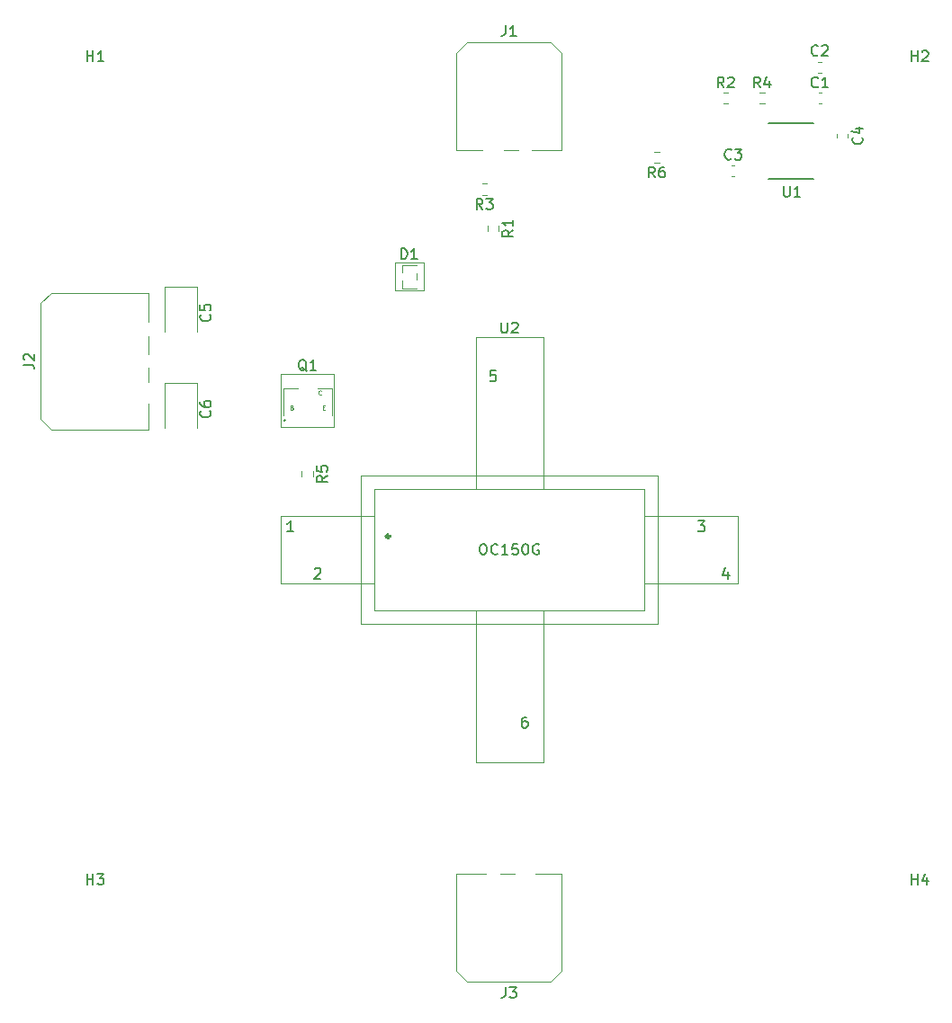
<source format=gbr>
%TF.GenerationSoftware,KiCad,Pcbnew,(6.0.11)*%
%TF.CreationDate,2023-02-16T11:16:18-05:00*%
%TF.ProjectId,DCT_HV_Widget,4443545f-4856-45f5-9769-646765742e6b,rev?*%
%TF.SameCoordinates,Original*%
%TF.FileFunction,Legend,Top*%
%TF.FilePolarity,Positive*%
%FSLAX46Y46*%
G04 Gerber Fmt 4.6, Leading zero omitted, Abs format (unit mm)*
G04 Created by KiCad (PCBNEW (6.0.11)) date 2023-02-16 11:16:18*
%MOMM*%
%LPD*%
G01*
G04 APERTURE LIST*
%ADD10C,0.150000*%
%ADD11C,0.152400*%
%ADD12C,0.080000*%
%ADD13C,0.100000*%
%ADD14C,0.354000*%
%ADD15C,0.101600*%
%ADD16C,0.120000*%
%ADD17C,0.131623*%
G04 APERTURE END LIST*
D10*
%TO.C,D1*%
X150166904Y-75777380D02*
X150166904Y-74777380D01*
X150405000Y-74777380D01*
X150547857Y-74825000D01*
X150643095Y-74920238D01*
X150690714Y-75015476D01*
X150738333Y-75205952D01*
X150738333Y-75348809D01*
X150690714Y-75539285D01*
X150643095Y-75634523D01*
X150547857Y-75729761D01*
X150405000Y-75777380D01*
X150166904Y-75777380D01*
X151690714Y-75777380D02*
X151119285Y-75777380D01*
X151405000Y-75777380D02*
X151405000Y-74777380D01*
X151309761Y-74920238D01*
X151214523Y-75015476D01*
X151119285Y-75063095D01*
%TO.C,U2*%
X159583095Y-81727380D02*
X159583095Y-82536904D01*
X159630714Y-82632142D01*
X159678333Y-82679761D01*
X159773571Y-82727380D01*
X159964047Y-82727380D01*
X160059285Y-82679761D01*
X160106904Y-82632142D01*
X160154523Y-82536904D01*
X160154523Y-81727380D01*
X160583095Y-81822619D02*
X160630714Y-81775000D01*
X160725952Y-81727380D01*
X160964047Y-81727380D01*
X161059285Y-81775000D01*
X161106904Y-81822619D01*
X161154523Y-81917857D01*
X161154523Y-82013095D01*
X161106904Y-82155952D01*
X160535476Y-82727380D01*
X161154523Y-82727380D01*
D11*
X180908523Y-105207285D02*
X180908523Y-105884619D01*
X180666619Y-104820238D02*
X180424714Y-105545952D01*
X181053666Y-105545952D01*
X161993523Y-118893619D02*
X161800000Y-118893619D01*
X161703238Y-118942000D01*
X161654857Y-118990380D01*
X161558095Y-119135523D01*
X161509714Y-119329047D01*
X161509714Y-119716095D01*
X161558095Y-119812857D01*
X161606476Y-119861238D01*
X161703238Y-119909619D01*
X161896761Y-119909619D01*
X161993523Y-119861238D01*
X162041904Y-119812857D01*
X162090285Y-119716095D01*
X162090285Y-119474190D01*
X162041904Y-119377428D01*
X161993523Y-119329047D01*
X161896761Y-119280666D01*
X161703238Y-119280666D01*
X161606476Y-119329047D01*
X161558095Y-119377428D01*
X161509714Y-119474190D01*
X142014714Y-104965380D02*
X142063095Y-104917000D01*
X142159857Y-104868619D01*
X142401761Y-104868619D01*
X142498523Y-104917000D01*
X142546904Y-104965380D01*
X142595285Y-105062142D01*
X142595285Y-105158904D01*
X142546904Y-105304047D01*
X141966333Y-105884619D01*
X142595285Y-105884619D01*
X159066904Y-86268619D02*
X158583095Y-86268619D01*
X158534714Y-86752428D01*
X158583095Y-86704047D01*
X158679857Y-86655666D01*
X158921761Y-86655666D01*
X159018523Y-86704047D01*
X159066904Y-86752428D01*
X159115285Y-86849190D01*
X159115285Y-87091095D01*
X159066904Y-87187857D01*
X159018523Y-87236238D01*
X158921761Y-87284619D01*
X158679857Y-87284619D01*
X158583095Y-87236238D01*
X158534714Y-87187857D01*
X157790809Y-102598619D02*
X157984333Y-102598619D01*
X158081095Y-102647000D01*
X158177857Y-102743761D01*
X158226238Y-102937285D01*
X158226238Y-103275952D01*
X158177857Y-103469476D01*
X158081095Y-103566238D01*
X157984333Y-103614619D01*
X157790809Y-103614619D01*
X157694047Y-103566238D01*
X157597285Y-103469476D01*
X157548904Y-103275952D01*
X157548904Y-102937285D01*
X157597285Y-102743761D01*
X157694047Y-102647000D01*
X157790809Y-102598619D01*
X159242238Y-103517857D02*
X159193857Y-103566238D01*
X159048714Y-103614619D01*
X158951952Y-103614619D01*
X158806809Y-103566238D01*
X158710047Y-103469476D01*
X158661666Y-103372714D01*
X158613285Y-103179190D01*
X158613285Y-103034047D01*
X158661666Y-102840523D01*
X158710047Y-102743761D01*
X158806809Y-102647000D01*
X158951952Y-102598619D01*
X159048714Y-102598619D01*
X159193857Y-102647000D01*
X159242238Y-102695380D01*
X160209857Y-103614619D02*
X159629285Y-103614619D01*
X159919571Y-103614619D02*
X159919571Y-102598619D01*
X159822809Y-102743761D01*
X159726047Y-102840523D01*
X159629285Y-102888904D01*
X161129095Y-102598619D02*
X160645285Y-102598619D01*
X160596904Y-103082428D01*
X160645285Y-103034047D01*
X160742047Y-102985666D01*
X160983952Y-102985666D01*
X161080714Y-103034047D01*
X161129095Y-103082428D01*
X161177476Y-103179190D01*
X161177476Y-103421095D01*
X161129095Y-103517857D01*
X161080714Y-103566238D01*
X160983952Y-103614619D01*
X160742047Y-103614619D01*
X160645285Y-103566238D01*
X160596904Y-103517857D01*
X161806428Y-102598619D02*
X161903190Y-102598619D01*
X161999952Y-102647000D01*
X162048333Y-102695380D01*
X162096714Y-102792142D01*
X162145095Y-102985666D01*
X162145095Y-103227571D01*
X162096714Y-103421095D01*
X162048333Y-103517857D01*
X161999952Y-103566238D01*
X161903190Y-103614619D01*
X161806428Y-103614619D01*
X161709666Y-103566238D01*
X161661285Y-103517857D01*
X161612904Y-103421095D01*
X161564523Y-103227571D01*
X161564523Y-102985666D01*
X161612904Y-102792142D01*
X161661285Y-102695380D01*
X161709666Y-102647000D01*
X161806428Y-102598619D01*
X163112714Y-102647000D02*
X163015952Y-102598619D01*
X162870809Y-102598619D01*
X162725666Y-102647000D01*
X162628904Y-102743761D01*
X162580523Y-102840523D01*
X162532142Y-103034047D01*
X162532142Y-103179190D01*
X162580523Y-103372714D01*
X162628904Y-103469476D01*
X162725666Y-103566238D01*
X162870809Y-103614619D01*
X162967571Y-103614619D01*
X163112714Y-103566238D01*
X163161095Y-103517857D01*
X163161095Y-103179190D01*
X162967571Y-103179190D01*
X140035285Y-101444619D02*
X139454714Y-101444619D01*
X139745000Y-101444619D02*
X139745000Y-100428619D01*
X139648238Y-100573761D01*
X139551476Y-100670523D01*
X139454714Y-100718904D01*
X178106333Y-100428619D02*
X178735285Y-100428619D01*
X178396619Y-100815666D01*
X178541761Y-100815666D01*
X178638523Y-100864047D01*
X178686904Y-100912428D01*
X178735285Y-101009190D01*
X178735285Y-101251095D01*
X178686904Y-101347857D01*
X178638523Y-101396238D01*
X178541761Y-101444619D01*
X178251476Y-101444619D01*
X178154714Y-101396238D01*
X178106333Y-101347857D01*
D10*
%TO.C,Q1*%
X141269761Y-86330119D02*
X141174523Y-86282500D01*
X141079285Y-86187261D01*
X140936428Y-86044404D01*
X140841190Y-85996785D01*
X140745952Y-85996785D01*
X140793571Y-86234880D02*
X140698333Y-86187261D01*
X140603095Y-86092023D01*
X140555476Y-85901547D01*
X140555476Y-85568214D01*
X140603095Y-85377738D01*
X140698333Y-85282500D01*
X140793571Y-85234880D01*
X140984047Y-85234880D01*
X141079285Y-85282500D01*
X141174523Y-85377738D01*
X141222142Y-85568214D01*
X141222142Y-85901547D01*
X141174523Y-86092023D01*
X141079285Y-86187261D01*
X140984047Y-86234880D01*
X140793571Y-86234880D01*
X142174523Y-86234880D02*
X141603095Y-86234880D01*
X141888809Y-86234880D02*
X141888809Y-85234880D01*
X141793571Y-85377738D01*
X141698333Y-85472976D01*
X141603095Y-85520595D01*
D12*
X142789285Y-89733928D02*
X142922619Y-89733928D01*
X142979761Y-89943452D02*
X142789285Y-89943452D01*
X142789285Y-89543452D01*
X142979761Y-89543452D01*
X142638809Y-88505357D02*
X142619761Y-88524404D01*
X142562619Y-88543452D01*
X142524523Y-88543452D01*
X142467380Y-88524404D01*
X142429285Y-88486309D01*
X142410238Y-88448214D01*
X142391190Y-88372023D01*
X142391190Y-88314880D01*
X142410238Y-88238690D01*
X142429285Y-88200595D01*
X142467380Y-88162500D01*
X142524523Y-88143452D01*
X142562619Y-88143452D01*
X142619761Y-88162500D01*
X142638809Y-88181547D01*
X139903571Y-89733928D02*
X139960714Y-89752976D01*
X139979761Y-89772023D01*
X139998809Y-89810119D01*
X139998809Y-89867261D01*
X139979761Y-89905357D01*
X139960714Y-89924404D01*
X139922619Y-89943452D01*
X139770238Y-89943452D01*
X139770238Y-89543452D01*
X139903571Y-89543452D01*
X139941666Y-89562500D01*
X139960714Y-89581547D01*
X139979761Y-89619642D01*
X139979761Y-89657738D01*
X139960714Y-89695833D01*
X139941666Y-89714880D01*
X139903571Y-89733928D01*
X139770238Y-89733928D01*
D10*
%TO.C,J3*%
X159991666Y-144352380D02*
X159991666Y-145066666D01*
X159944047Y-145209523D01*
X159848809Y-145304761D01*
X159705952Y-145352380D01*
X159610714Y-145352380D01*
X160372619Y-144352380D02*
X160991666Y-144352380D01*
X160658333Y-144733333D01*
X160801190Y-144733333D01*
X160896428Y-144780952D01*
X160944047Y-144828571D01*
X160991666Y-144923809D01*
X160991666Y-145161904D01*
X160944047Y-145257142D01*
X160896428Y-145304761D01*
X160801190Y-145352380D01*
X160515476Y-145352380D01*
X160420238Y-145304761D01*
X160372619Y-145257142D01*
%TO.C,J2*%
X114632380Y-85708333D02*
X115346666Y-85708333D01*
X115489523Y-85755952D01*
X115584761Y-85851190D01*
X115632380Y-85994047D01*
X115632380Y-86089285D01*
X114727619Y-85279761D02*
X114680000Y-85232142D01*
X114632380Y-85136904D01*
X114632380Y-84898809D01*
X114680000Y-84803571D01*
X114727619Y-84755952D01*
X114822857Y-84708333D01*
X114918095Y-84708333D01*
X115060952Y-84755952D01*
X115632380Y-85327380D01*
X115632380Y-84708333D01*
%TO.C,J1*%
X159991666Y-53752380D02*
X159991666Y-54466666D01*
X159944047Y-54609523D01*
X159848809Y-54704761D01*
X159705952Y-54752380D01*
X159610714Y-54752380D01*
X160991666Y-54752380D02*
X160420238Y-54752380D01*
X160705952Y-54752380D02*
X160705952Y-53752380D01*
X160610714Y-53895238D01*
X160515476Y-53990476D01*
X160420238Y-54038095D01*
%TO.C,C4*%
X193507142Y-64316666D02*
X193554761Y-64364285D01*
X193602380Y-64507142D01*
X193602380Y-64602380D01*
X193554761Y-64745238D01*
X193459523Y-64840476D01*
X193364285Y-64888095D01*
X193173809Y-64935714D01*
X193030952Y-64935714D01*
X192840476Y-64888095D01*
X192745238Y-64840476D01*
X192650000Y-64745238D01*
X192602380Y-64602380D01*
X192602380Y-64507142D01*
X192650000Y-64364285D01*
X192697619Y-64316666D01*
X192935714Y-63459523D02*
X193602380Y-63459523D01*
X192554761Y-63697619D02*
X193269047Y-63935714D01*
X193269047Y-63316666D01*
%TO.C,R1*%
X160707380Y-73041666D02*
X160231190Y-73375000D01*
X160707380Y-73613095D02*
X159707380Y-73613095D01*
X159707380Y-73232142D01*
X159755000Y-73136904D01*
X159802619Y-73089285D01*
X159897857Y-73041666D01*
X160040714Y-73041666D01*
X160135952Y-73089285D01*
X160183571Y-73136904D01*
X160231190Y-73232142D01*
X160231190Y-73613095D01*
X160707380Y-72089285D02*
X160707380Y-72660714D01*
X160707380Y-72375000D02*
X159707380Y-72375000D01*
X159850238Y-72470238D01*
X159945476Y-72565476D01*
X159993095Y-72660714D01*
%TO.C,R4*%
X183958333Y-59622380D02*
X183625000Y-59146190D01*
X183386904Y-59622380D02*
X183386904Y-58622380D01*
X183767857Y-58622380D01*
X183863095Y-58670000D01*
X183910714Y-58717619D01*
X183958333Y-58812857D01*
X183958333Y-58955714D01*
X183910714Y-59050952D01*
X183863095Y-59098571D01*
X183767857Y-59146190D01*
X183386904Y-59146190D01*
X184815476Y-58955714D02*
X184815476Y-59622380D01*
X184577380Y-58574761D02*
X184339285Y-59289047D01*
X184958333Y-59289047D01*
%TO.C,H2*%
X198188095Y-57152380D02*
X198188095Y-56152380D01*
X198188095Y-56628571D02*
X198759523Y-56628571D01*
X198759523Y-57152380D02*
X198759523Y-56152380D01*
X199188095Y-56247619D02*
X199235714Y-56200000D01*
X199330952Y-56152380D01*
X199569047Y-56152380D01*
X199664285Y-56200000D01*
X199711904Y-56247619D01*
X199759523Y-56342857D01*
X199759523Y-56438095D01*
X199711904Y-56580952D01*
X199140476Y-57152380D01*
X199759523Y-57152380D01*
%TO.C,C6*%
X132157142Y-90079166D02*
X132204761Y-90126785D01*
X132252380Y-90269642D01*
X132252380Y-90364880D01*
X132204761Y-90507738D01*
X132109523Y-90602976D01*
X132014285Y-90650595D01*
X131823809Y-90698214D01*
X131680952Y-90698214D01*
X131490476Y-90650595D01*
X131395238Y-90602976D01*
X131300000Y-90507738D01*
X131252380Y-90364880D01*
X131252380Y-90269642D01*
X131300000Y-90126785D01*
X131347619Y-90079166D01*
X131252380Y-89222023D02*
X131252380Y-89412500D01*
X131300000Y-89507738D01*
X131347619Y-89555357D01*
X131490476Y-89650595D01*
X131680952Y-89698214D01*
X132061904Y-89698214D01*
X132157142Y-89650595D01*
X132204761Y-89602976D01*
X132252380Y-89507738D01*
X132252380Y-89317261D01*
X132204761Y-89222023D01*
X132157142Y-89174404D01*
X132061904Y-89126785D01*
X131823809Y-89126785D01*
X131728571Y-89174404D01*
X131680952Y-89222023D01*
X131633333Y-89317261D01*
X131633333Y-89507738D01*
X131680952Y-89602976D01*
X131728571Y-89650595D01*
X131823809Y-89698214D01*
%TO.C,H1*%
X120613095Y-57152380D02*
X120613095Y-56152380D01*
X120613095Y-56628571D02*
X121184523Y-56628571D01*
X121184523Y-57152380D02*
X121184523Y-56152380D01*
X122184523Y-57152380D02*
X121613095Y-57152380D01*
X121898809Y-57152380D02*
X121898809Y-56152380D01*
X121803571Y-56295238D01*
X121708333Y-56390476D01*
X121613095Y-56438095D01*
%TO.C,H3*%
X120613095Y-134677380D02*
X120613095Y-133677380D01*
X120613095Y-134153571D02*
X121184523Y-134153571D01*
X121184523Y-134677380D02*
X121184523Y-133677380D01*
X121565476Y-133677380D02*
X122184523Y-133677380D01*
X121851190Y-134058333D01*
X121994047Y-134058333D01*
X122089285Y-134105952D01*
X122136904Y-134153571D01*
X122184523Y-134248809D01*
X122184523Y-134486904D01*
X122136904Y-134582142D01*
X122089285Y-134629761D01*
X121994047Y-134677380D01*
X121708333Y-134677380D01*
X121613095Y-134629761D01*
X121565476Y-134582142D01*
%TO.C,U1*%
X186163095Y-68902380D02*
X186163095Y-69711904D01*
X186210714Y-69807142D01*
X186258333Y-69854761D01*
X186353571Y-69902380D01*
X186544047Y-69902380D01*
X186639285Y-69854761D01*
X186686904Y-69807142D01*
X186734523Y-69711904D01*
X186734523Y-68902380D01*
X187734523Y-69902380D02*
X187163095Y-69902380D01*
X187448809Y-69902380D02*
X187448809Y-68902380D01*
X187353571Y-69045238D01*
X187258333Y-69140476D01*
X187163095Y-69188095D01*
%TO.C,C1*%
X189406633Y-59527142D02*
X189359014Y-59574761D01*
X189216157Y-59622380D01*
X189120919Y-59622380D01*
X188978061Y-59574761D01*
X188882823Y-59479523D01*
X188835204Y-59384285D01*
X188787585Y-59193809D01*
X188787585Y-59050952D01*
X188835204Y-58860476D01*
X188882823Y-58765238D01*
X188978061Y-58670000D01*
X189120919Y-58622380D01*
X189216157Y-58622380D01*
X189359014Y-58670000D01*
X189406633Y-58717619D01*
X190359014Y-59622380D02*
X189787585Y-59622380D01*
X190073300Y-59622380D02*
X190073300Y-58622380D01*
X189978061Y-58765238D01*
X189882823Y-58860476D01*
X189787585Y-58908095D01*
%TO.C,R3*%
X157833333Y-71082380D02*
X157500000Y-70606190D01*
X157261904Y-71082380D02*
X157261904Y-70082380D01*
X157642857Y-70082380D01*
X157738095Y-70130000D01*
X157785714Y-70177619D01*
X157833333Y-70272857D01*
X157833333Y-70415714D01*
X157785714Y-70510952D01*
X157738095Y-70558571D01*
X157642857Y-70606190D01*
X157261904Y-70606190D01*
X158166666Y-70082380D02*
X158785714Y-70082380D01*
X158452380Y-70463333D01*
X158595238Y-70463333D01*
X158690476Y-70510952D01*
X158738095Y-70558571D01*
X158785714Y-70653809D01*
X158785714Y-70891904D01*
X158738095Y-70987142D01*
X158690476Y-71034761D01*
X158595238Y-71082380D01*
X158309523Y-71082380D01*
X158214285Y-71034761D01*
X158166666Y-70987142D01*
%TO.C,H4*%
X198188095Y-134677380D02*
X198188095Y-133677380D01*
X198188095Y-134153571D02*
X198759523Y-134153571D01*
X198759523Y-134677380D02*
X198759523Y-133677380D01*
X199664285Y-134010714D02*
X199664285Y-134677380D01*
X199426190Y-133629761D02*
X199188095Y-134344047D01*
X199807142Y-134344047D01*
%TO.C,R5*%
X143232380Y-96166666D02*
X142756190Y-96500000D01*
X143232380Y-96738095D02*
X142232380Y-96738095D01*
X142232380Y-96357142D01*
X142280000Y-96261904D01*
X142327619Y-96214285D01*
X142422857Y-96166666D01*
X142565714Y-96166666D01*
X142660952Y-96214285D01*
X142708571Y-96261904D01*
X142756190Y-96357142D01*
X142756190Y-96738095D01*
X142232380Y-95261904D02*
X142232380Y-95738095D01*
X142708571Y-95785714D01*
X142660952Y-95738095D01*
X142613333Y-95642857D01*
X142613333Y-95404761D01*
X142660952Y-95309523D01*
X142708571Y-95261904D01*
X142803809Y-95214285D01*
X143041904Y-95214285D01*
X143137142Y-95261904D01*
X143184761Y-95309523D01*
X143232380Y-95404761D01*
X143232380Y-95642857D01*
X143184761Y-95738095D01*
X143137142Y-95785714D01*
%TO.C,R6*%
X174058333Y-68082380D02*
X173725000Y-67606190D01*
X173486904Y-68082380D02*
X173486904Y-67082380D01*
X173867857Y-67082380D01*
X173963095Y-67130000D01*
X174010714Y-67177619D01*
X174058333Y-67272857D01*
X174058333Y-67415714D01*
X174010714Y-67510952D01*
X173963095Y-67558571D01*
X173867857Y-67606190D01*
X173486904Y-67606190D01*
X174915476Y-67082380D02*
X174725000Y-67082380D01*
X174629761Y-67130000D01*
X174582142Y-67177619D01*
X174486904Y-67320476D01*
X174439285Y-67510952D01*
X174439285Y-67891904D01*
X174486904Y-67987142D01*
X174534523Y-68034761D01*
X174629761Y-68082380D01*
X174820238Y-68082380D01*
X174915476Y-68034761D01*
X174963095Y-67987142D01*
X175010714Y-67891904D01*
X175010714Y-67653809D01*
X174963095Y-67558571D01*
X174915476Y-67510952D01*
X174820238Y-67463333D01*
X174629761Y-67463333D01*
X174534523Y-67510952D01*
X174486904Y-67558571D01*
X174439285Y-67653809D01*
%TO.C,C5*%
X132157142Y-81004166D02*
X132204761Y-81051785D01*
X132252380Y-81194642D01*
X132252380Y-81289880D01*
X132204761Y-81432738D01*
X132109523Y-81527976D01*
X132014285Y-81575595D01*
X131823809Y-81623214D01*
X131680952Y-81623214D01*
X131490476Y-81575595D01*
X131395238Y-81527976D01*
X131300000Y-81432738D01*
X131252380Y-81289880D01*
X131252380Y-81194642D01*
X131300000Y-81051785D01*
X131347619Y-81004166D01*
X131252380Y-80099404D02*
X131252380Y-80575595D01*
X131728571Y-80623214D01*
X131680952Y-80575595D01*
X131633333Y-80480357D01*
X131633333Y-80242261D01*
X131680952Y-80147023D01*
X131728571Y-80099404D01*
X131823809Y-80051785D01*
X132061904Y-80051785D01*
X132157142Y-80099404D01*
X132204761Y-80147023D01*
X132252380Y-80242261D01*
X132252380Y-80480357D01*
X132204761Y-80575595D01*
X132157142Y-80623214D01*
%TO.C,R2*%
X180533333Y-59622380D02*
X180200000Y-59146190D01*
X179961904Y-59622380D02*
X179961904Y-58622380D01*
X180342857Y-58622380D01*
X180438095Y-58670000D01*
X180485714Y-58717619D01*
X180533333Y-58812857D01*
X180533333Y-58955714D01*
X180485714Y-59050952D01*
X180438095Y-59098571D01*
X180342857Y-59146190D01*
X179961904Y-59146190D01*
X180914285Y-58717619D02*
X180961904Y-58670000D01*
X181057142Y-58622380D01*
X181295238Y-58622380D01*
X181390476Y-58670000D01*
X181438095Y-58717619D01*
X181485714Y-58812857D01*
X181485714Y-58908095D01*
X181438095Y-59050952D01*
X180866666Y-59622380D01*
X181485714Y-59622380D01*
%TO.C,C2*%
X189383333Y-56532142D02*
X189335714Y-56579761D01*
X189192857Y-56627380D01*
X189097619Y-56627380D01*
X188954761Y-56579761D01*
X188859523Y-56484523D01*
X188811904Y-56389285D01*
X188764285Y-56198809D01*
X188764285Y-56055952D01*
X188811904Y-55865476D01*
X188859523Y-55770238D01*
X188954761Y-55675000D01*
X189097619Y-55627380D01*
X189192857Y-55627380D01*
X189335714Y-55675000D01*
X189383333Y-55722619D01*
X189764285Y-55722619D02*
X189811904Y-55675000D01*
X189907142Y-55627380D01*
X190145238Y-55627380D01*
X190240476Y-55675000D01*
X190288095Y-55722619D01*
X190335714Y-55817857D01*
X190335714Y-55913095D01*
X190288095Y-56055952D01*
X189716666Y-56627380D01*
X190335714Y-56627380D01*
%TO.C,C3*%
X181233333Y-66307567D02*
X181185714Y-66355186D01*
X181042857Y-66402805D01*
X180947619Y-66402805D01*
X180804761Y-66355186D01*
X180709523Y-66259948D01*
X180661904Y-66164710D01*
X180614285Y-65974234D01*
X180614285Y-65831377D01*
X180661904Y-65640901D01*
X180709523Y-65545663D01*
X180804761Y-65450425D01*
X180947619Y-65402805D01*
X181042857Y-65402805D01*
X181185714Y-65450425D01*
X181233333Y-65498044D01*
X181566666Y-65402805D02*
X182185714Y-65402805D01*
X181852380Y-65783758D01*
X181995238Y-65783758D01*
X182090476Y-65831377D01*
X182138095Y-65878996D01*
X182185714Y-65974234D01*
X182185714Y-66212329D01*
X182138095Y-66307567D01*
X182090476Y-66355186D01*
X181995238Y-66402805D01*
X181709523Y-66402805D01*
X181614285Y-66355186D01*
X181566666Y-66307567D01*
D13*
%TO.C,D1*%
X151600000Y-77715000D02*
X151600000Y-77135000D01*
X150250000Y-76325000D02*
X150250000Y-76325000D01*
X151600000Y-76325000D02*
X150250000Y-76325000D01*
X150250000Y-78525000D02*
X150250000Y-77785000D01*
X151600000Y-78525000D02*
X150250000Y-78525000D01*
X150250000Y-77065000D02*
X150250000Y-76325000D01*
X149575000Y-76125000D02*
X152275000Y-76125000D01*
X152275000Y-76125000D02*
X152275000Y-78725000D01*
X152275000Y-78725000D02*
X149575000Y-78725000D01*
X149575000Y-78725000D02*
X149575000Y-76125000D01*
%TO.C,U2*%
D14*
X149102000Y-101885000D02*
G75*
G03*
X149102000Y-101885000I-177000J0D01*
G01*
D15*
X173055000Y-106330000D02*
X181855000Y-106330000D01*
X181855000Y-106330000D02*
X181855000Y-99980000D01*
X181855000Y-99980000D02*
X173055000Y-99980000D01*
X173055000Y-99980000D02*
X173055000Y-106330000D01*
X157180000Y-108870000D02*
X163530000Y-108870000D01*
X163530000Y-108870000D02*
X163530000Y-123155000D01*
X163530000Y-123155000D02*
X157180000Y-123155000D01*
X157180000Y-123155000D02*
X157180000Y-108870000D01*
X146385000Y-96170000D02*
X174325000Y-96170000D01*
X174325000Y-96170000D02*
X174325000Y-110140000D01*
X174325000Y-110140000D02*
X146385000Y-110140000D01*
X146385000Y-110140000D02*
X146385000Y-96170000D01*
X157180000Y-83155000D02*
X163530000Y-83155000D01*
X163530000Y-83155000D02*
X163530000Y-97440000D01*
X163530000Y-97440000D02*
X157180000Y-97440000D01*
X157180000Y-97440000D02*
X157180000Y-83155000D01*
X138855000Y-106330000D02*
X147655000Y-106330000D01*
X147655000Y-106330000D02*
X147655000Y-99980000D01*
X147655000Y-99980000D02*
X138855000Y-99980000D01*
X138855000Y-99980000D02*
X138855000Y-106330000D01*
X147655000Y-97440000D02*
X147655000Y-108870000D01*
X173055000Y-97440000D02*
X173055000Y-108870000D01*
X147655000Y-108870000D02*
X173055000Y-108870000D01*
X147655000Y-97440000D02*
X173055000Y-97440000D01*
D16*
%TO.C,Q1*%
X139075000Y-87912500D02*
X139075000Y-90502500D01*
X139085000Y-87912500D02*
X140425000Y-87912500D01*
X143675000Y-87922500D02*
X143675000Y-90512500D01*
X143665000Y-87922500D02*
X142325000Y-87922500D01*
D17*
X139250811Y-90972500D02*
G75*
G03*
X139250811Y-90972500I-65811J0D01*
G01*
D13*
X138875000Y-86612500D02*
X143875000Y-86612500D01*
X143875000Y-86612500D02*
X143875000Y-91612500D01*
X143875000Y-91612500D02*
X138875000Y-91612500D01*
X138875000Y-91612500D02*
X138875000Y-86612500D01*
D16*
%TO.C,J3*%
X155390000Y-133690000D02*
X158173233Y-133690000D01*
X164260000Y-143810000D02*
X156390000Y-143810000D01*
X156390000Y-143810000D02*
X155390000Y-142810000D01*
X165260000Y-133690000D02*
X165260000Y-142810000D01*
X165260000Y-133690000D02*
X162835000Y-133690000D01*
X160815000Y-133690000D02*
X159476767Y-133690000D01*
X165260000Y-142810000D02*
X164260000Y-143810000D01*
X155390000Y-142810000D02*
X155390000Y-133690000D01*
%TO.C,J2*%
X126390000Y-84723233D02*
X126390000Y-83026767D01*
X126390000Y-87365000D02*
X126390000Y-86026767D01*
X116270000Y-90810000D02*
X116270000Y-79940000D01*
X126390000Y-91810000D02*
X126390000Y-89385000D01*
X117270000Y-78940000D02*
X126390000Y-78940000D01*
X117270000Y-91810000D02*
X116270000Y-90810000D01*
X126390000Y-78940000D02*
X126390000Y-81723233D01*
X126390000Y-91810000D02*
X117270000Y-91810000D01*
X116270000Y-79940000D02*
X117270000Y-78940000D01*
%TO.C,J1*%
X165260000Y-65510000D02*
X162476767Y-65510000D01*
X156390000Y-55390000D02*
X164260000Y-55390000D01*
X164260000Y-55390000D02*
X165260000Y-56390000D01*
X155390000Y-65510000D02*
X155390000Y-56390000D01*
X155390000Y-65510000D02*
X157815000Y-65510000D01*
X159835000Y-65510000D02*
X161173233Y-65510000D01*
X155390000Y-56390000D02*
X156390000Y-55390000D01*
X165260000Y-56390000D02*
X165260000Y-65510000D01*
%TO.C,C4*%
X192210000Y-64290580D02*
X192210000Y-64009420D01*
X191190000Y-64290580D02*
X191190000Y-64009420D01*
%TO.C,R1*%
X158302500Y-72637742D02*
X158302500Y-73112258D01*
X159347500Y-72637742D02*
X159347500Y-73112258D01*
%TO.C,R4*%
X183887742Y-60077500D02*
X184362258Y-60077500D01*
X183887742Y-61122500D02*
X184362258Y-61122500D01*
%TO.C,C6*%
X130960000Y-91662500D02*
X130960000Y-87452500D01*
X127940000Y-87452500D02*
X127940000Y-91662500D01*
X130960000Y-87452500D02*
X127940000Y-87452500D01*
D11*
%TO.C,U1*%
X188970900Y-62936100D02*
X184729100Y-62936100D01*
X184729100Y-68193900D02*
X188970900Y-68193900D01*
D16*
%TO.C,C1*%
X189432720Y-61110000D02*
X189713880Y-61110000D01*
X189432720Y-60090000D02*
X189713880Y-60090000D01*
%TO.C,R3*%
X158237258Y-69722500D02*
X157762742Y-69722500D01*
X158237258Y-68677500D02*
X157762742Y-68677500D01*
%TO.C,R5*%
X140827500Y-95762742D02*
X140827500Y-96237258D01*
X141872500Y-95762742D02*
X141872500Y-96237258D01*
%TO.C,R6*%
X174462258Y-66722500D02*
X173987742Y-66722500D01*
X174462258Y-65677500D02*
X173987742Y-65677500D01*
%TO.C,C5*%
X130960000Y-82587500D02*
X130960000Y-78377500D01*
X127940000Y-78377500D02*
X127940000Y-82587500D01*
X130960000Y-78377500D02*
X127940000Y-78377500D01*
%TO.C,R2*%
X180462742Y-60077500D02*
X180937258Y-60077500D01*
X180462742Y-61122500D02*
X180937258Y-61122500D01*
%TO.C,C2*%
X189409420Y-57215000D02*
X189690580Y-57215000D01*
X189409420Y-58235000D02*
X189690580Y-58235000D01*
%TO.C,C3*%
X181259420Y-66940000D02*
X181540580Y-66940000D01*
X181259420Y-67960000D02*
X181540580Y-67960000D01*
%TD*%
M02*

</source>
